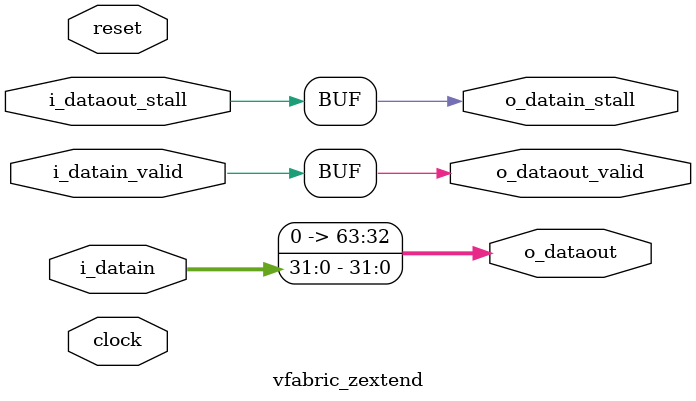
<source format=v>
    


module vfabric_zextend(clock, reset, 
    i_datain, i_datain_valid, o_datain_stall, 
    o_dataout, i_dataout_stall, o_dataout_valid);

parameter DATAIN_WIDTH = 32;
parameter DATAOUT_WIDTH = 64;

  input clock, reset;
  input [DATAIN_WIDTH-1:0] i_datain;
  input i_datain_valid;
  output o_datain_stall;
  output [DATAOUT_WIDTH-1:0] o_dataout;
  input i_dataout_stall;
  output o_dataout_valid;
  
  assign o_dataout = {{DATAOUT_WIDTH{1'b0}}, i_datain[DATAIN_WIDTH-1:0]};
  assign o_datain_stall = i_dataout_stall;
  assign o_dataout_valid = i_datain_valid;
 
endmodule

</source>
